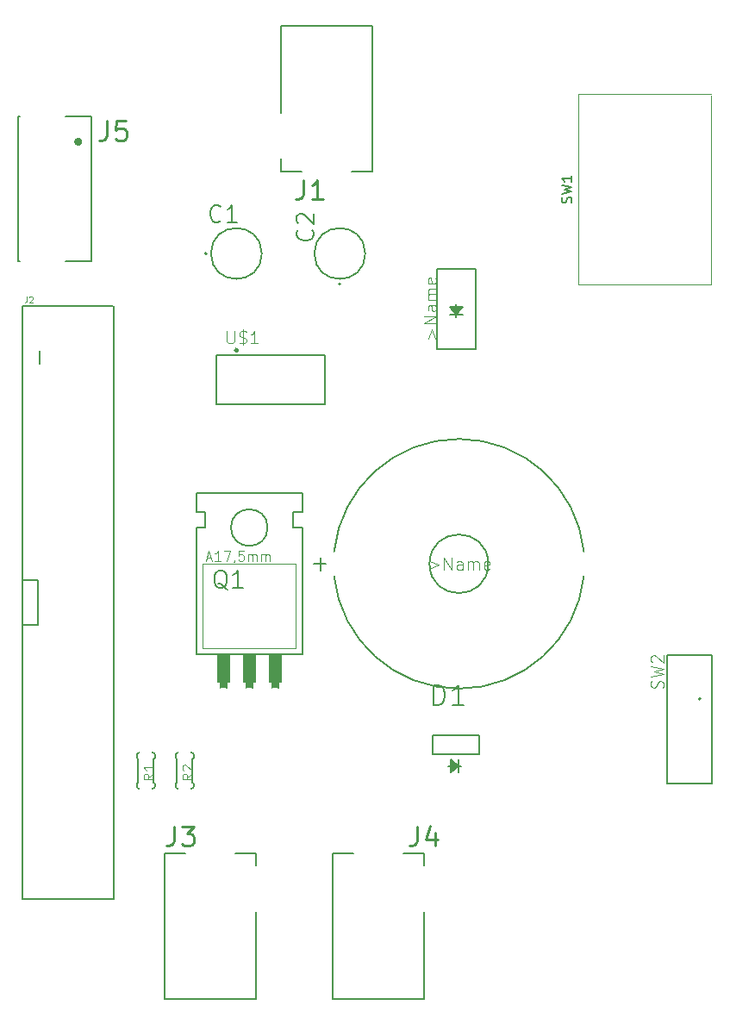
<source format=gto>
G04 #@! TF.GenerationSoftware,KiCad,Pcbnew,(5.1.10)-1*
G04 #@! TF.CreationDate,2021-11-18T00:00:46-06:00*
G04 #@! TF.ProjectId,Kitty_Cannon_Schematic,4b697474-795f-4436-916e-6e6f6e5f5363,rev?*
G04 #@! TF.SameCoordinates,Original*
G04 #@! TF.FileFunction,Legend,Top*
G04 #@! TF.FilePolarity,Positive*
%FSLAX46Y46*%
G04 Gerber Fmt 4.6, Leading zero omitted, Abs format (unit mm)*
G04 Created by KiCad (PCBNEW (5.1.10)-1) date 2021-11-18 00:00:46*
%MOMM*%
%LPD*%
G01*
G04 APERTURE LIST*
%ADD10C,0.152400*%
%ADD11C,0.200000*%
%ADD12C,0.127000*%
%ADD13C,0.100000*%
%ADD14C,0.050800*%
%ADD15C,0.400000*%
%ADD16C,0.300000*%
%ADD17C,0.203200*%
%ADD18C,0.120000*%
%ADD19C,0.198073*%
%ADD20C,0.251068*%
%ADD21C,0.076200*%
%ADD22C,0.135128*%
%ADD23C,0.094107*%
%ADD24C,0.168910*%
%ADD25C,0.101600*%
%ADD26C,0.096520*%
%ADD27C,0.251324*%
%ADD28C,0.115824*%
%ADD29C,0.150000*%
%ADD30C,2.453200*%
%ADD31R,2.500000X0.500000*%
%ADD32R,0.500000X2.500000*%
%ADD33C,2.235200*%
%ADD34C,1.323200*%
%ADD35C,1.524000*%
%ADD36C,3.302000*%
%ADD37O,1.879600X3.556000*%
%ADD38C,4.203200*%
%ADD39C,1.803200*%
%ADD40C,1.473200*%
%ADD41O,1.473200X2.743200*%
%ADD42C,2.082800*%
G04 APERTURE END LIST*
D10*
X162217100Y-128828800D02*
X162217100Y-126898400D01*
X157645100Y-128828800D02*
X162217100Y-128828800D01*
X157645100Y-126898400D02*
X157645100Y-128828800D01*
X162217100Y-126898400D02*
X157645100Y-126898400D01*
X159372300Y-130606800D02*
X159372300Y-129336800D01*
X160134300Y-129971800D02*
X159372300Y-129844800D01*
X160134300Y-129971800D02*
X159372300Y-129717800D01*
X160134300Y-129971800D02*
X159372300Y-129590800D01*
X160134300Y-129971800D02*
X159372300Y-129463800D01*
X160134300Y-129971800D02*
X159372300Y-129336800D01*
X160134300Y-129971800D02*
X159372300Y-130098800D01*
X160134300Y-129971800D02*
X159372300Y-130225800D01*
X160134300Y-129971800D02*
X159372300Y-130352800D01*
X160134300Y-129971800D02*
X159372300Y-130479800D01*
X160134300Y-129971800D02*
X159372300Y-130606800D01*
X160134300Y-129971800D02*
X160134300Y-129336800D01*
X160134300Y-130606800D02*
X160134300Y-129971800D01*
X160134300Y-129971800D02*
X160388300Y-129971800D01*
X159118300Y-129971800D02*
X160134300Y-129971800D01*
D11*
X149681100Y-71513600D02*
X151731100Y-71513600D01*
X151731100Y-71513600D02*
X151731100Y-57213600D01*
X151731100Y-57213600D02*
X142731100Y-57213600D01*
X142731100Y-57213600D02*
X142731100Y-65763600D01*
X144781100Y-71513600D02*
X142731100Y-71513600D01*
X142731100Y-71513600D02*
X142731100Y-70263600D01*
X133351100Y-138493600D02*
X131301100Y-138493600D01*
X131301100Y-138493600D02*
X131301100Y-152793600D01*
X131301100Y-152793600D02*
X140301100Y-152793600D01*
X140301100Y-152793600D02*
X140301100Y-144243600D01*
X138251100Y-138493600D02*
X140301100Y-138493600D01*
X140301100Y-138493600D02*
X140301100Y-139743600D01*
D10*
X146596100Y-109448600D02*
X146596100Y-110718600D01*
X145961100Y-110083600D02*
X147154900Y-110083600D01*
X147942300Y-111302802D02*
G75*
G03*
X172478700Y-111302800I12268200J1289441D01*
G01*
X163080700Y-110083600D02*
G75*
G03*
X157314900Y-110083600I-2882900J0D01*
G01*
X157314900Y-110083600D02*
G75*
G03*
X163080700Y-110083600I2882900J0D01*
G01*
X172478700Y-108864398D02*
G75*
G03*
X147942300Y-108864400I-12268200J-1289441D01*
G01*
D11*
X148601100Y-82603600D02*
G75*
G03*
X148601100Y-82603600I-100000J0D01*
G01*
D12*
X151001100Y-79603600D02*
G75*
G03*
X151001100Y-79603600I-2500000J0D01*
G01*
D11*
X135441100Y-79603600D02*
G75*
G03*
X135441100Y-79603600I-100000J0D01*
G01*
D12*
X140841100Y-79603600D02*
G75*
G03*
X140841100Y-79603600I-2500000J0D01*
G01*
D10*
X132372100Y-131927600D02*
X132372100Y-131673600D01*
X134150100Y-131927600D02*
X134150100Y-131673600D01*
X132499100Y-131546600D02*
X132499100Y-129260600D01*
X132499100Y-131546600D02*
X132372100Y-131673600D01*
X134023100Y-131546600D02*
X134023100Y-129260600D01*
X134023100Y-131546600D02*
X134150100Y-131673600D01*
X132499100Y-129260600D02*
X132372100Y-129133600D01*
X132372100Y-128879600D02*
X132372100Y-129133600D01*
X134023100Y-129260600D02*
X134150100Y-129133600D01*
X134150100Y-128879600D02*
X134150100Y-129133600D01*
X133896100Y-132181600D02*
G75*
G03*
X134150100Y-131927600I0J254000D01*
G01*
X132626100Y-132181600D02*
G75*
G02*
X132372100Y-131927600I0J254000D01*
G01*
X132372100Y-128879600D02*
G75*
G02*
X132626100Y-128625600I254000J0D01*
G01*
X134150100Y-128879600D02*
G75*
G03*
X133896100Y-128625600I-254000J0D01*
G01*
X128562100Y-131927600D02*
X128562100Y-131673600D01*
X130340100Y-131927600D02*
X130340100Y-131673600D01*
X128689100Y-131546600D02*
X128689100Y-129260600D01*
X128689100Y-131546600D02*
X128562100Y-131673600D01*
X130213100Y-131546600D02*
X130213100Y-129260600D01*
X130213100Y-131546600D02*
X130340100Y-131673600D01*
X128689100Y-129260600D02*
X128562100Y-129133600D01*
X128562100Y-128879600D02*
X128562100Y-129133600D01*
X130213100Y-129260600D02*
X130340100Y-129133600D01*
X130340100Y-128879600D02*
X130340100Y-129133600D01*
X130086100Y-132181600D02*
G75*
G03*
X130340100Y-131927600I0J254000D01*
G01*
X128816100Y-132181600D02*
G75*
G02*
X128562100Y-131927600I0J254000D01*
G01*
X128562100Y-128879600D02*
G75*
G02*
X128816100Y-128625600I254000J0D01*
G01*
X130340100Y-128879600D02*
G75*
G03*
X130086100Y-128625600I-254000J0D01*
G01*
D13*
G36*
X141516100Y-121767600D02*
G01*
X142786100Y-121767600D01*
X142786100Y-118973600D01*
X141516100Y-118973600D01*
X141516100Y-121767600D01*
G37*
G36*
X138976100Y-121767600D02*
G01*
X140246100Y-121767600D01*
X140246100Y-118973600D01*
X138976100Y-118973600D01*
X138976100Y-121767600D01*
G37*
G36*
X136436100Y-121767600D02*
G01*
X137706100Y-121767600D01*
X137706100Y-118973600D01*
X136436100Y-118973600D01*
X136436100Y-121767600D01*
G37*
G36*
X136690100Y-122402600D02*
G01*
X137452100Y-122402600D01*
X137452100Y-121767600D01*
X136690100Y-121767600D01*
X136690100Y-122402600D01*
G37*
G36*
X139230100Y-122402600D02*
G01*
X139992100Y-122402600D01*
X139992100Y-121767600D01*
X139230100Y-121767600D01*
X139230100Y-122402600D01*
G37*
G36*
X141770100Y-122402600D02*
G01*
X142532100Y-122402600D01*
X142532100Y-121767600D01*
X141770100Y-121767600D01*
X141770100Y-122402600D01*
G37*
D10*
X141414500Y-106527600D02*
G75*
G03*
X141414500Y-106527600I-1803400J0D01*
G01*
D14*
X135039100Y-118338600D02*
X135039100Y-110083600D01*
X144183100Y-110083600D02*
X135039100Y-110083600D01*
X144183100Y-110083600D02*
X144183100Y-118338600D01*
X135039100Y-118338600D02*
X144183100Y-118338600D01*
D10*
X134404100Y-105003600D02*
X134404100Y-103098600D01*
X135293100Y-105003600D02*
X134404100Y-105003600D01*
X135293100Y-106527600D02*
X135293100Y-105003600D01*
X134404100Y-106527600D02*
X135293100Y-106527600D01*
X134404100Y-118973600D02*
X134404100Y-106527600D01*
X144818100Y-105003600D02*
X144818100Y-103098600D01*
X143929100Y-105003600D02*
X144818100Y-105003600D01*
X143929100Y-106527600D02*
X143929100Y-105003600D01*
X144818100Y-106527600D02*
X143929100Y-106527600D01*
X144818100Y-118973600D02*
X144818100Y-106527600D01*
X144818100Y-103098600D02*
X134404100Y-103098600D01*
X134404100Y-118973600D02*
X144818100Y-118973600D01*
D12*
X183946980Y-123346460D02*
G75*
G03*
X183946980Y-123346460I-100000J0D01*
G01*
X185046980Y-131646460D02*
X180646980Y-131646460D01*
X185046980Y-119046460D02*
X185046980Y-131646460D01*
X180646980Y-119046460D02*
X185046980Y-119046460D01*
X180646980Y-131646460D02*
X180646980Y-119046460D01*
D11*
X121577100Y-66141600D02*
X124066300Y-66141600D01*
X121577100Y-80365600D02*
X124066300Y-80365600D01*
X124066300Y-66141600D02*
X124066300Y-80365600D01*
X116928900Y-66141600D02*
X117030500Y-66141600D01*
X116928900Y-80365600D02*
X117030500Y-80365600D01*
X116928900Y-66141600D02*
X116928900Y-80365600D01*
D15*
X122989740Y-68630800D02*
G75*
G03*
X122989740Y-68630800I-193440J0D01*
G01*
D10*
X158026100Y-88976200D02*
X161836100Y-88976200D01*
X158026100Y-81102200D02*
X158026100Y-88976200D01*
X161836100Y-81102200D02*
X158026100Y-81102200D01*
X161836100Y-88976200D02*
X161836100Y-81102200D01*
X159296100Y-84861400D02*
X160566100Y-84861400D01*
X159931100Y-85623400D02*
X160058100Y-84861400D01*
X159931100Y-85623400D02*
X160185100Y-84861400D01*
X159931100Y-85623400D02*
X160312100Y-84861400D01*
X159931100Y-85623400D02*
X160439100Y-84861400D01*
X159931100Y-85623400D02*
X160566100Y-84861400D01*
X159931100Y-85623400D02*
X159804100Y-84861400D01*
X159931100Y-85623400D02*
X159677100Y-84861400D01*
X159931100Y-85623400D02*
X159550100Y-84861400D01*
X159931100Y-85623400D02*
X159423100Y-84861400D01*
X159931100Y-85623400D02*
X159296100Y-84861400D01*
X159931100Y-85623400D02*
X160566100Y-85623400D01*
X159296100Y-85623400D02*
X159931100Y-85623400D01*
X159931100Y-85623400D02*
X159931100Y-85877400D01*
X159931100Y-84607400D02*
X159931100Y-85623400D01*
D16*
X138441100Y-89093600D02*
G75*
G03*
X138441100Y-89093600I-100000J0D01*
G01*
D12*
X147071100Y-89553600D02*
X136411100Y-89553600D01*
X147071100Y-94373600D02*
X147071100Y-89553600D01*
X136411100Y-94373600D02*
X147071100Y-94373600D01*
X136411100Y-89553600D02*
X136411100Y-94373600D01*
D17*
X118831100Y-111693600D02*
X118831100Y-116093600D01*
X118831100Y-116093600D02*
X117331100Y-116093600D01*
X117331100Y-111693600D02*
X118831100Y-111693600D01*
X126331100Y-143043600D02*
X117331100Y-143043600D01*
X117331100Y-84743600D02*
X126231100Y-84743600D01*
X117331100Y-143043600D02*
X117331100Y-84743600D01*
X126331100Y-84743600D02*
X126331100Y-143043600D01*
X119056100Y-89128600D02*
X119056100Y-90398600D01*
D18*
X184950240Y-64064320D02*
X184950240Y-82649320D01*
X184950240Y-82649320D02*
X171950240Y-82649320D01*
X171950240Y-63949320D02*
X171950240Y-82649320D01*
X184950240Y-63949320D02*
X171950240Y-63949320D01*
D11*
X149861100Y-138493600D02*
X147811100Y-138493600D01*
X147811100Y-138493600D02*
X147811100Y-152793600D01*
X147811100Y-152793600D02*
X156811100Y-152793600D01*
X156811100Y-152793600D02*
X156811100Y-144243600D01*
X154761100Y-138493600D02*
X156811100Y-138493600D01*
X156811100Y-138493600D02*
X156811100Y-139743600D01*
D19*
X157676813Y-123959279D02*
X157676813Y-121978548D01*
X158148416Y-121978548D01*
X158431377Y-122072869D01*
X158620018Y-122261510D01*
X158714339Y-122450151D01*
X158808659Y-122827433D01*
X158808659Y-123110394D01*
X158714339Y-123487676D01*
X158620018Y-123676317D01*
X158431377Y-123864958D01*
X158148416Y-123959279D01*
X157676813Y-123959279D01*
X160695070Y-123959279D02*
X159563224Y-123959279D01*
X160129147Y-123959279D02*
X160129147Y-121978548D01*
X159940506Y-122261510D01*
X159751865Y-122450151D01*
X159563224Y-122544471D01*
D20*
X144923723Y-72366750D02*
X144923723Y-73746245D01*
X144831757Y-74022144D01*
X144647824Y-74206077D01*
X144371925Y-74298043D01*
X144187993Y-74298043D01*
X146855016Y-74298043D02*
X145751420Y-74298043D01*
X146303218Y-74298043D02*
X146303218Y-72366750D01*
X146119286Y-72642649D01*
X145935353Y-72826582D01*
X145751420Y-72918548D01*
X132223723Y-135866750D02*
X132223723Y-137246245D01*
X132131757Y-137522144D01*
X131947824Y-137706077D01*
X131671925Y-137798043D01*
X131487993Y-137798043D01*
X132959454Y-135866750D02*
X134155016Y-135866750D01*
X133511252Y-136602481D01*
X133787151Y-136602481D01*
X133971084Y-136694447D01*
X134063050Y-136786414D01*
X134155016Y-136970346D01*
X134155016Y-137430178D01*
X134063050Y-137614111D01*
X133971084Y-137706077D01*
X133787151Y-137798043D01*
X133235353Y-137798043D01*
X133051420Y-137706077D01*
X132959454Y-137614111D01*
D21*
X157270691Y-109856814D02*
X158189930Y-110201528D01*
X157270691Y-110546242D01*
X158764453Y-110661147D02*
X158764453Y-109454647D01*
X159453882Y-110661147D01*
X159453882Y-109454647D01*
X160545477Y-110661147D02*
X160545477Y-110029171D01*
X160488025Y-109914266D01*
X160373120Y-109856814D01*
X160143310Y-109856814D01*
X160028406Y-109914266D01*
X160545477Y-110603695D02*
X160430572Y-110661147D01*
X160143310Y-110661147D01*
X160028406Y-110603695D01*
X159970953Y-110488790D01*
X159970953Y-110373885D01*
X160028406Y-110258980D01*
X160143310Y-110201528D01*
X160430572Y-110201528D01*
X160545477Y-110144076D01*
X161120001Y-110661147D02*
X161120001Y-109856814D01*
X161120001Y-109971719D02*
X161177453Y-109914266D01*
X161292358Y-109856814D01*
X161464715Y-109856814D01*
X161579620Y-109914266D01*
X161637072Y-110029171D01*
X161637072Y-110661147D01*
X161637072Y-110029171D02*
X161694525Y-109914266D01*
X161809430Y-109856814D01*
X161981787Y-109856814D01*
X162096691Y-109914266D01*
X162154144Y-110029171D01*
X162154144Y-110661147D01*
X163188287Y-110603695D02*
X163073382Y-110661147D01*
X162843572Y-110661147D01*
X162728668Y-110603695D01*
X162671215Y-110488790D01*
X162671215Y-110029171D01*
X162728668Y-109914266D01*
X162843572Y-109856814D01*
X163073382Y-109856814D01*
X163188287Y-109914266D01*
X163245739Y-110029171D01*
X163245739Y-110144076D01*
X162671215Y-110258980D01*
D22*
X145808700Y-77284800D02*
X145889133Y-77365233D01*
X145969566Y-77606533D01*
X145969566Y-77767400D01*
X145889133Y-78008700D01*
X145728266Y-78169566D01*
X145567400Y-78250000D01*
X145245666Y-78330433D01*
X145004366Y-78330433D01*
X144682633Y-78250000D01*
X144521766Y-78169566D01*
X144360900Y-78008700D01*
X144280466Y-77767400D01*
X144280466Y-77606533D01*
X144360900Y-77365233D01*
X144441333Y-77284800D01*
X144441333Y-76641333D02*
X144360900Y-76560900D01*
X144280466Y-76400033D01*
X144280466Y-75997866D01*
X144360900Y-75837000D01*
X144441333Y-75756566D01*
X144602200Y-75676133D01*
X144763066Y-75676133D01*
X145004366Y-75756566D01*
X145969566Y-76721766D01*
X145969566Y-75676133D01*
X136796299Y-76362300D02*
X136715866Y-76442733D01*
X136474566Y-76523166D01*
X136313699Y-76523166D01*
X136072399Y-76442733D01*
X135911533Y-76281866D01*
X135831099Y-76121000D01*
X135750666Y-75799266D01*
X135750666Y-75557966D01*
X135831099Y-75236233D01*
X135911533Y-75075366D01*
X136072399Y-74914500D01*
X136313699Y-74834066D01*
X136474566Y-74834066D01*
X136715866Y-74914500D01*
X136796299Y-74994933D01*
X138404966Y-76523166D02*
X137439766Y-76523166D01*
X137922366Y-76523166D02*
X137922366Y-74834066D01*
X137761499Y-75075366D01*
X137600633Y-75236233D01*
X137439766Y-75316666D01*
D23*
X133978287Y-130723611D02*
X133530158Y-131037301D01*
X133978287Y-131261366D02*
X133037217Y-131261366D01*
X133037217Y-130902863D01*
X133082030Y-130813237D01*
X133126842Y-130768424D01*
X133216468Y-130723611D01*
X133350907Y-130723611D01*
X133440532Y-130768424D01*
X133485345Y-130813237D01*
X133530158Y-130902863D01*
X133530158Y-131261366D01*
X133126842Y-130365109D02*
X133082030Y-130320296D01*
X133037217Y-130230670D01*
X133037217Y-130006606D01*
X133082030Y-129916980D01*
X133126842Y-129872167D01*
X133216468Y-129827354D01*
X133306094Y-129827354D01*
X133440532Y-129872167D01*
X133978287Y-130409921D01*
X133978287Y-129827354D01*
X130168287Y-130723611D02*
X129720158Y-131037301D01*
X130168287Y-131261366D02*
X129227217Y-131261366D01*
X129227217Y-130902863D01*
X129272030Y-130813237D01*
X129316842Y-130768424D01*
X129406468Y-130723611D01*
X129540907Y-130723611D01*
X129630532Y-130768424D01*
X129675345Y-130813237D01*
X129720158Y-130902863D01*
X129720158Y-131261366D01*
X130168287Y-129827354D02*
X130168287Y-130365109D01*
X130168287Y-130096231D02*
X129227217Y-130096231D01*
X129361655Y-130185857D01*
X129451281Y-130275483D01*
X129496094Y-130365109D01*
D24*
X137439124Y-112577033D02*
X137278258Y-112496600D01*
X137117391Y-112335733D01*
X136876091Y-112094433D01*
X136715224Y-112014000D01*
X136554358Y-112014000D01*
X136634791Y-112416166D02*
X136473924Y-112335733D01*
X136313058Y-112174866D01*
X136232624Y-111853133D01*
X136232624Y-111290100D01*
X136313058Y-110968366D01*
X136473924Y-110807500D01*
X136634791Y-110727066D01*
X136956524Y-110727066D01*
X137117391Y-110807500D01*
X137278258Y-110968366D01*
X137358691Y-111290100D01*
X137358691Y-111853133D01*
X137278258Y-112174866D01*
X137117391Y-112335733D01*
X136956524Y-112416166D01*
X136634791Y-112416166D01*
X138967358Y-112416166D02*
X138002158Y-112416166D01*
X138484758Y-112416166D02*
X138484758Y-110727066D01*
X138323891Y-110968366D01*
X138163024Y-111129233D01*
X138002158Y-111209666D01*
D25*
X135415987Y-109507866D02*
X135875606Y-109507866D01*
X135324063Y-109783638D02*
X135645797Y-108818438D01*
X135967530Y-109783638D01*
X136794844Y-109783638D02*
X136243301Y-109783638D01*
X136519073Y-109783638D02*
X136519073Y-108818438D01*
X136427149Y-108956323D01*
X136335225Y-109048247D01*
X136243301Y-109094209D01*
X137116578Y-108818438D02*
X137760044Y-108818438D01*
X137346387Y-109783638D01*
X138173701Y-109737676D02*
X138173701Y-109783638D01*
X138127740Y-109875561D01*
X138081778Y-109921523D01*
X139046978Y-108818438D02*
X138587359Y-108818438D01*
X138541397Y-109278057D01*
X138587359Y-109232095D01*
X138679282Y-109186133D01*
X138909092Y-109186133D01*
X139001016Y-109232095D01*
X139046978Y-109278057D01*
X139092940Y-109369980D01*
X139092940Y-109599790D01*
X139046978Y-109691714D01*
X139001016Y-109737676D01*
X138909092Y-109783638D01*
X138679282Y-109783638D01*
X138587359Y-109737676D01*
X138541397Y-109691714D01*
X139506597Y-109783638D02*
X139506597Y-109140171D01*
X139506597Y-109232095D02*
X139552559Y-109186133D01*
X139644482Y-109140171D01*
X139782368Y-109140171D01*
X139874292Y-109186133D01*
X139920254Y-109278057D01*
X139920254Y-109783638D01*
X139920254Y-109278057D02*
X139966216Y-109186133D01*
X140058140Y-109140171D01*
X140196025Y-109140171D01*
X140287949Y-109186133D01*
X140333911Y-109278057D01*
X140333911Y-109783638D01*
X140793530Y-109783638D02*
X140793530Y-109140171D01*
X140793530Y-109232095D02*
X140839492Y-109186133D01*
X140931416Y-109140171D01*
X141069301Y-109140171D01*
X141161225Y-109186133D01*
X141207187Y-109278057D01*
X141207187Y-109783638D01*
X141207187Y-109278057D02*
X141253149Y-109186133D01*
X141345073Y-109140171D01*
X141482959Y-109140171D01*
X141574882Y-109186133D01*
X141620844Y-109278057D01*
X141620844Y-109783638D01*
D26*
X180225095Y-122277740D02*
X180282547Y-122105383D01*
X180282547Y-121818121D01*
X180225095Y-121703217D01*
X180167642Y-121645764D01*
X180052738Y-121588312D01*
X179937833Y-121588312D01*
X179822928Y-121645764D01*
X179765476Y-121703217D01*
X179708023Y-121818121D01*
X179650571Y-122047931D01*
X179593119Y-122162836D01*
X179535666Y-122220288D01*
X179420761Y-122277740D01*
X179305857Y-122277740D01*
X179190952Y-122220288D01*
X179133500Y-122162836D01*
X179076047Y-122047931D01*
X179076047Y-121760669D01*
X179133500Y-121588312D01*
X179076047Y-121186145D02*
X180282547Y-120898883D01*
X179420761Y-120669074D01*
X180282547Y-120439264D01*
X179076047Y-120152002D01*
X179190952Y-119749836D02*
X179133500Y-119692383D01*
X179076047Y-119577478D01*
X179076047Y-119290217D01*
X179133500Y-119175312D01*
X179190952Y-119117859D01*
X179305857Y-119060407D01*
X179420761Y-119060407D01*
X179593119Y-119117859D01*
X180282547Y-119807288D01*
X180282547Y-119060407D01*
D27*
X125636024Y-66554672D02*
X125636024Y-67935577D01*
X125543963Y-68211758D01*
X125359843Y-68395879D01*
X125083662Y-68487939D01*
X124899541Y-68487939D01*
X127477230Y-66554672D02*
X126556627Y-66554672D01*
X126464567Y-67475276D01*
X126556627Y-67383215D01*
X126740748Y-67291155D01*
X127201049Y-67291155D01*
X127385170Y-67383215D01*
X127477230Y-67475276D01*
X127569291Y-67659396D01*
X127569291Y-68119698D01*
X127477230Y-68303819D01*
X127385170Y-68395879D01*
X127201049Y-68487939D01*
X126740748Y-68487939D01*
X126556627Y-68395879D01*
X126464567Y-68303819D01*
D21*
X157164314Y-87979008D02*
X157509028Y-87059770D01*
X157853742Y-87979008D01*
X157968647Y-86485246D02*
X156762147Y-86485246D01*
X157968647Y-85795817D01*
X156762147Y-85795817D01*
X157968647Y-84704222D02*
X157336671Y-84704222D01*
X157221766Y-84761674D01*
X157164314Y-84876579D01*
X157164314Y-85106389D01*
X157221766Y-85221293D01*
X157911195Y-84704222D02*
X157968647Y-84819127D01*
X157968647Y-85106389D01*
X157911195Y-85221293D01*
X157796290Y-85278746D01*
X157681385Y-85278746D01*
X157566480Y-85221293D01*
X157509028Y-85106389D01*
X157509028Y-84819127D01*
X157451576Y-84704222D01*
X157968647Y-84129698D02*
X157164314Y-84129698D01*
X157279219Y-84129698D02*
X157221766Y-84072246D01*
X157164314Y-83957341D01*
X157164314Y-83784984D01*
X157221766Y-83670079D01*
X157336671Y-83612627D01*
X157968647Y-83612627D01*
X157336671Y-83612627D02*
X157221766Y-83555174D01*
X157164314Y-83440270D01*
X157164314Y-83267912D01*
X157221766Y-83153008D01*
X157336671Y-83095555D01*
X157968647Y-83095555D01*
X157911195Y-82061412D02*
X157968647Y-82176317D01*
X157968647Y-82406127D01*
X157911195Y-82521031D01*
X157796290Y-82578484D01*
X157336671Y-82578484D01*
X157221766Y-82521031D01*
X157164314Y-82406127D01*
X157164314Y-82176317D01*
X157221766Y-82061412D01*
X157336671Y-82003960D01*
X157451576Y-82003960D01*
X157566480Y-82578484D01*
D26*
X137421099Y-87229647D02*
X137421099Y-88206338D01*
X137478552Y-88321242D01*
X137536004Y-88378695D01*
X137650909Y-88436147D01*
X137880718Y-88436147D01*
X137995623Y-88378695D01*
X138053076Y-88321242D01*
X138110528Y-88206338D01*
X138110528Y-87229647D01*
X138627599Y-88378695D02*
X138799957Y-88436147D01*
X139087218Y-88436147D01*
X139202123Y-88378695D01*
X139259576Y-88321242D01*
X139317028Y-88206338D01*
X139317028Y-88091433D01*
X139259576Y-87976528D01*
X139202123Y-87919076D01*
X139087218Y-87861623D01*
X138857409Y-87804171D01*
X138742504Y-87746719D01*
X138685052Y-87689266D01*
X138627599Y-87574361D01*
X138627599Y-87459457D01*
X138685052Y-87344552D01*
X138742504Y-87287100D01*
X138857409Y-87229647D01*
X139144671Y-87229647D01*
X139317028Y-87287100D01*
X138972314Y-87057290D02*
X138972314Y-88608504D01*
X140466076Y-88436147D02*
X139776647Y-88436147D01*
X140121361Y-88436147D02*
X140121361Y-87229647D01*
X140006457Y-87402004D01*
X139891552Y-87516909D01*
X139776647Y-87574361D01*
D28*
X117764734Y-83822902D02*
X117764734Y-84236560D01*
X117737157Y-84319291D01*
X117682002Y-84374445D01*
X117599271Y-84402022D01*
X117544117Y-84402022D01*
X118012928Y-83878057D02*
X118040505Y-83850480D01*
X118095659Y-83822902D01*
X118233545Y-83822902D01*
X118288699Y-83850480D01*
X118316277Y-83878057D01*
X118343854Y-83933211D01*
X118343854Y-83988365D01*
X118316277Y-84071097D01*
X117985351Y-84402022D01*
X118343854Y-84402022D01*
D29*
X171235001Y-74632653D02*
X171282620Y-74489796D01*
X171282620Y-74251700D01*
X171235001Y-74156462D01*
X171187382Y-74108843D01*
X171092144Y-74061224D01*
X170996906Y-74061224D01*
X170901668Y-74108843D01*
X170854049Y-74156462D01*
X170806430Y-74251700D01*
X170758811Y-74442177D01*
X170711192Y-74537415D01*
X170663573Y-74585034D01*
X170568335Y-74632653D01*
X170473097Y-74632653D01*
X170377859Y-74585034D01*
X170330240Y-74537415D01*
X170282620Y-74442177D01*
X170282620Y-74204081D01*
X170330240Y-74061224D01*
X170282620Y-73727891D02*
X171282620Y-73489796D01*
X170568335Y-73299320D01*
X171282620Y-73108843D01*
X170282620Y-72870748D01*
X171282620Y-71965986D02*
X171282620Y-72537415D01*
X171282620Y-72251700D02*
X170282620Y-72251700D01*
X170425478Y-72346939D01*
X170520716Y-72442177D01*
X170568335Y-72537415D01*
D20*
X156114823Y-135866750D02*
X156114823Y-137246245D01*
X156022857Y-137522144D01*
X155838924Y-137706077D01*
X155563025Y-137798043D01*
X155379093Y-137798043D01*
X157862184Y-136510515D02*
X157862184Y-137798043D01*
X157402352Y-135774784D02*
X156942520Y-137154279D01*
X158138083Y-137154279D01*
%LPC*%
G36*
G01*
X151084500Y-128988600D02*
X151084500Y-126738600D01*
G75*
G02*
X151186100Y-126637000I101600J0D01*
G01*
X153436100Y-126637000D01*
G75*
G02*
X153537700Y-126738600I0J-101600D01*
G01*
X153537700Y-128988600D01*
G75*
G02*
X153436100Y-129090200I-101600J0D01*
G01*
X151186100Y-129090200D01*
G75*
G02*
X151084500Y-128988600I0J101600D01*
G01*
G37*
D30*
X167551100Y-127863600D03*
D31*
X147231100Y-65363600D03*
D32*
X143181100Y-68013600D03*
D31*
X147231100Y-71713600D03*
X135801100Y-144643600D03*
D32*
X139851100Y-141993600D03*
D31*
X135801100Y-138293600D03*
D33*
X171894500Y-110083600D03*
X148501100Y-110083600D03*
D34*
X148501100Y-78603600D03*
G36*
G01*
X149061101Y-81265200D02*
X147941099Y-81265200D01*
G75*
G02*
X147839500Y-81163601I0J101599D01*
G01*
X147839500Y-80043599D01*
G75*
G02*
X147941099Y-79942000I101599J0D01*
G01*
X149061101Y-79942000D01*
G75*
G02*
X149162700Y-80043599I0J-101599D01*
G01*
X149162700Y-81163601D01*
G75*
G02*
X149061101Y-81265200I-101599J0D01*
G01*
G37*
X139341100Y-79603600D03*
G36*
G01*
X136679500Y-80163601D02*
X136679500Y-79043599D01*
G75*
G02*
X136781099Y-78942000I101599J0D01*
G01*
X137901101Y-78942000D01*
G75*
G02*
X138002700Y-79043599I0J-101599D01*
G01*
X138002700Y-80163601D01*
G75*
G02*
X137901101Y-80265200I-101599J0D01*
G01*
X136781099Y-80265200D01*
G75*
G02*
X136679500Y-80163601I0J101599D01*
G01*
G37*
D35*
X133261100Y-132943600D03*
X133261100Y-127863600D03*
X129451100Y-132943600D03*
X129451100Y-127863600D03*
D36*
X139611100Y-106527600D03*
D37*
X142151100Y-124053600D03*
X139611100Y-124053600D03*
X137071100Y-124053600D03*
G36*
G01*
X181721980Y-120019860D02*
X183971980Y-120019860D01*
G75*
G02*
X184073580Y-120121460I0J-101600D01*
G01*
X184073580Y-122371460D01*
G75*
G02*
X183971980Y-122473060I-101600J0D01*
G01*
X181721980Y-122473060D01*
G75*
G02*
X181620380Y-122371460I0J101600D01*
G01*
X181620380Y-120121460D01*
G75*
G02*
X181721980Y-120019860I101600J0D01*
G01*
G37*
G36*
G01*
X181721980Y-128219860D02*
X183971980Y-128219860D01*
G75*
G02*
X184073580Y-128321460I0J-101600D01*
G01*
X184073580Y-130571460D01*
G75*
G02*
X183971980Y-130673060I-101600J0D01*
G01*
X181721980Y-130673060D01*
G75*
G02*
X181620380Y-130571460I0J101600D01*
G01*
X181620380Y-128321460D01*
G75*
G02*
X181721980Y-128219860I101600J0D01*
G01*
G37*
G36*
G01*
X182192980Y-126590860D02*
X183500980Y-126590860D01*
G75*
G02*
X183602580Y-126692460I0J-101600D01*
G01*
X183602580Y-128000460D01*
G75*
G02*
X183500980Y-128102060I-101600J0D01*
G01*
X182192980Y-128102060D01*
G75*
G02*
X182091380Y-128000460I0J101600D01*
G01*
X182091380Y-126692460D01*
G75*
G02*
X182192980Y-126590860I101600J0D01*
G01*
G37*
G36*
G01*
X182192980Y-122590860D02*
X183500980Y-122590860D01*
G75*
G02*
X183602580Y-122692460I0J-101600D01*
G01*
X183602580Y-124000460D01*
G75*
G02*
X183500980Y-124102060I-101600J0D01*
G01*
X182192980Y-124102060D01*
G75*
G02*
X182091380Y-124000460I0J101600D01*
G01*
X182091380Y-122692460D01*
G75*
G02*
X182192980Y-122590860I101600J0D01*
G01*
G37*
G36*
G01*
X182192980Y-124590860D02*
X183500980Y-124590860D01*
G75*
G02*
X183602580Y-124692460I0J-101600D01*
G01*
X183602580Y-126000460D01*
G75*
G02*
X183500980Y-126102060I-101600J0D01*
G01*
X182192980Y-126102060D01*
G75*
G02*
X182091380Y-126000460I0J101600D01*
G01*
X182091380Y-124692460D01*
G75*
G02*
X182192980Y-124590860I101600J0D01*
G01*
G37*
D38*
X119291100Y-79823600D03*
X119291100Y-66683600D03*
D39*
X121691100Y-76753600D03*
X121691100Y-74253600D03*
X121691100Y-72253600D03*
X121691100Y-69753600D03*
D40*
X159931100Y-77774800D03*
G36*
G01*
X160566100Y-93040200D02*
X159296100Y-93040200D01*
G75*
G02*
X159194500Y-92938600I0J101600D01*
G01*
X159194500Y-91668600D01*
G75*
G02*
X159296100Y-91567000I101600J0D01*
G01*
X160566100Y-91567000D01*
G75*
G02*
X160667700Y-91668600I0J-101600D01*
G01*
X160667700Y-92938600D01*
G75*
G02*
X160566100Y-93040200I-101600J0D01*
G01*
G37*
D41*
X145917920Y-92339160D03*
X143865600Y-92313760D03*
X141745100Y-92303600D03*
X139512040Y-92344240D03*
X137320020Y-92293440D03*
D42*
X120561100Y-138023600D03*
X123101100Y-138023600D03*
X120561100Y-135483600D03*
X123101100Y-135483600D03*
X120561100Y-132943600D03*
X123101100Y-132943600D03*
X120561100Y-130403600D03*
X123101100Y-130403600D03*
X120561100Y-127863600D03*
X123101100Y-127863600D03*
X120561100Y-125323600D03*
X123101100Y-125323600D03*
X120561100Y-122783600D03*
X123101100Y-122783600D03*
X120561100Y-120243600D03*
X123101100Y-120243600D03*
X120561100Y-117703600D03*
X123101100Y-117703600D03*
X120561100Y-115163600D03*
X123101100Y-115163600D03*
X120561100Y-112623600D03*
X123101100Y-112623600D03*
X120561100Y-110083600D03*
X123101100Y-110083600D03*
X120561100Y-107543600D03*
X123101100Y-107543600D03*
X120561100Y-105003600D03*
X123101100Y-105003600D03*
X120561100Y-102463600D03*
X123101100Y-102463600D03*
X120561100Y-99923600D03*
X123101100Y-99923600D03*
X120561100Y-97383600D03*
X123101100Y-97383600D03*
X120561100Y-94843600D03*
X123101100Y-94843600D03*
X120561100Y-92303600D03*
X123101100Y-92303600D03*
X120561100Y-89763600D03*
X123101100Y-89763600D03*
G36*
G01*
X175575240Y-72049320D02*
X181325240Y-72049320D01*
G75*
G02*
X181950240Y-72674320I0J-625000D01*
G01*
X181950240Y-73924320D01*
G75*
G02*
X181325240Y-74549320I-625000J0D01*
G01*
X175575240Y-74549320D01*
G75*
G02*
X174950240Y-73924320I0J625000D01*
G01*
X174950240Y-72674320D01*
G75*
G02*
X175575240Y-72049320I625000J0D01*
G01*
G37*
G36*
G01*
X175575240Y-79149320D02*
X181325240Y-79149320D01*
G75*
G02*
X181950240Y-79774320I0J-625000D01*
G01*
X181950240Y-81024320D01*
G75*
G02*
X181325240Y-81649320I-625000J0D01*
G01*
X175575240Y-81649320D01*
G75*
G02*
X174950240Y-81024320I0J625000D01*
G01*
X174950240Y-79774320D01*
G75*
G02*
X175575240Y-79149320I625000J0D01*
G01*
G37*
D31*
X152311100Y-138293600D03*
D32*
X156361100Y-141993600D03*
D31*
X152311100Y-144643600D03*
M02*

</source>
